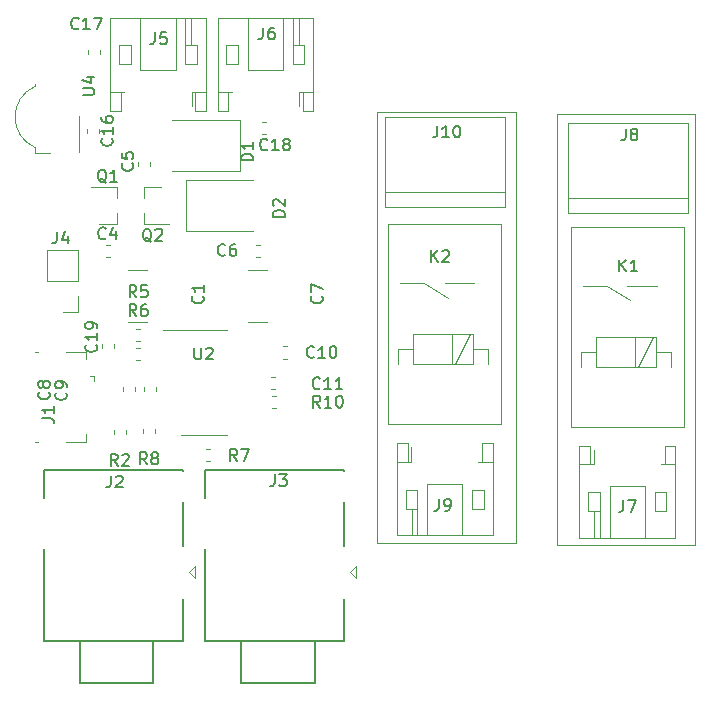
<source format=gto>
G04 #@! TF.GenerationSoftware,KiCad,Pcbnew,(5.1.2)-1*
G04 #@! TF.CreationDate,2019-05-27T08:40:29+02:00*
G04 #@! TF.ProjectId,fireSound,66697265-536f-4756-9e64-2e6b69636164,rev?*
G04 #@! TF.SameCoordinates,Original*
G04 #@! TF.FileFunction,Legend,Top*
G04 #@! TF.FilePolarity,Positive*
%FSLAX46Y46*%
G04 Gerber Fmt 4.6, Leading zero omitted, Abs format (unit mm)*
G04 Created by KiCad (PCBNEW (5.1.2)-1) date 2019-05-27 08:40:29*
%MOMM*%
%LPD*%
G04 APERTURE LIST*
%ADD10C,0.120000*%
%ADD11C,0.150000*%
G04 APERTURE END LIST*
D10*
X78475000Y-153550000D02*
X78975000Y-153550000D01*
X67725000Y-190050000D02*
X67475000Y-190050000D01*
X78975000Y-153550000D02*
X78975000Y-190050000D01*
X67225000Y-179300000D02*
X67225000Y-153550000D01*
X67225000Y-190050000D02*
X67225000Y-179300000D01*
X67225000Y-153550000D02*
X78475000Y-153550000D01*
X67475000Y-190050000D02*
X67225000Y-190050000D01*
X78975000Y-190050000D02*
X67725000Y-190050000D01*
X52000000Y-189825000D02*
X52000000Y-179075000D01*
X52250000Y-189825000D02*
X52000000Y-189825000D01*
X52500000Y-189825000D02*
X52250000Y-189825000D01*
X63750000Y-189825000D02*
X52500000Y-189825000D01*
X63750000Y-153325000D02*
X63750000Y-189825000D01*
X63250000Y-153325000D02*
X63750000Y-153325000D01*
X52000000Y-153325000D02*
X63250000Y-153325000D01*
X52000000Y-179075000D02*
X52000000Y-153325000D01*
X73225000Y-168050000D02*
X75725000Y-168050000D01*
X71475000Y-168050000D02*
X73475000Y-169300000D01*
X69475000Y-168050000D02*
X71475000Y-168050000D01*
X77985000Y-180030000D02*
X68435000Y-180030000D01*
X77975000Y-163050000D02*
X77985000Y-180030000D01*
X68425000Y-163050000D02*
X77975000Y-163050000D01*
X68435000Y-180030000D02*
X68425000Y-163050000D01*
X70545000Y-174950000D02*
X70545000Y-173680000D01*
X75625000Y-174950000D02*
X70545000Y-174950000D01*
X75625000Y-172410000D02*
X75625000Y-174950000D01*
X70545000Y-172410000D02*
X75625000Y-172410000D01*
X70545000Y-173680000D02*
X70545000Y-172410000D01*
X69275000Y-173680000D02*
X70545000Y-173680000D01*
X69275000Y-174950000D02*
X69275000Y-173680000D01*
X76895000Y-173680000D02*
X76895000Y-174950000D01*
X75625000Y-173680000D02*
X76895000Y-173680000D01*
X74115000Y-174950000D02*
X75385000Y-172410000D01*
X73875000Y-174890000D02*
X73875000Y-172490000D01*
X58400000Y-174665000D02*
X58400000Y-172265000D01*
X58640000Y-174725000D02*
X59910000Y-172185000D01*
X60150000Y-173455000D02*
X61420000Y-173455000D01*
X61420000Y-173455000D02*
X61420000Y-174725000D01*
X53800000Y-174725000D02*
X53800000Y-173455000D01*
X53800000Y-173455000D02*
X55070000Y-173455000D01*
X55070000Y-173455000D02*
X55070000Y-172185000D01*
X55070000Y-172185000D02*
X60150000Y-172185000D01*
X60150000Y-172185000D02*
X60150000Y-174725000D01*
X60150000Y-174725000D02*
X55070000Y-174725000D01*
X55070000Y-174725000D02*
X55070000Y-173455000D01*
X52960000Y-179805000D02*
X52950000Y-162825000D01*
X52950000Y-162825000D02*
X62500000Y-162825000D01*
X62500000Y-162825000D02*
X62510000Y-179805000D01*
X62510000Y-179805000D02*
X52960000Y-179805000D01*
X54000000Y-167825000D02*
X56000000Y-167825000D01*
X56000000Y-167825000D02*
X58000000Y-169075000D01*
X57750000Y-167825000D02*
X60250000Y-167825000D01*
X62870000Y-160115000D02*
X52710000Y-160115000D01*
X62870000Y-161385000D02*
X62870000Y-153765000D01*
X62870000Y-153765000D02*
X52710000Y-153765000D01*
X52710000Y-153765000D02*
X52710000Y-161385000D01*
X52710000Y-161385000D02*
X62870000Y-161385000D01*
X54890000Y-182965000D02*
X54610000Y-182965000D01*
X54610000Y-182965000D02*
X54610000Y-181365000D01*
X54610000Y-181365000D02*
X53690000Y-181365000D01*
X53690000Y-181365000D02*
X53690000Y-189185000D01*
X53690000Y-189185000D02*
X61810000Y-189185000D01*
X61810000Y-189185000D02*
X61810000Y-181365000D01*
X61810000Y-181365000D02*
X60890000Y-181365000D01*
X60890000Y-181365000D02*
X60890000Y-182965000D01*
X60890000Y-182965000D02*
X60610000Y-182965000D01*
X56250000Y-189185000D02*
X56250000Y-184825000D01*
X56250000Y-184825000D02*
X59250000Y-184825000D01*
X59250000Y-184825000D02*
X59250000Y-189185000D01*
X53690000Y-182965000D02*
X54610000Y-182965000D01*
X61810000Y-182965000D02*
X60890000Y-182965000D01*
X54450000Y-185325000D02*
X54450000Y-186925000D01*
X54450000Y-186925000D02*
X55450000Y-186925000D01*
X55450000Y-186925000D02*
X55450000Y-185325000D01*
X55450000Y-185325000D02*
X54450000Y-185325000D01*
X61050000Y-185325000D02*
X61050000Y-186925000D01*
X61050000Y-186925000D02*
X60050000Y-186925000D01*
X60050000Y-186925000D02*
X60050000Y-185325000D01*
X60050000Y-185325000D02*
X61050000Y-185325000D01*
X55450000Y-186925000D02*
X55450000Y-189185000D01*
X54950000Y-186925000D02*
X54950000Y-189185000D01*
X54890000Y-182965000D02*
X54890000Y-181750000D01*
X68185000Y-161860000D02*
X78345000Y-161860000D01*
X68185000Y-154240000D02*
X68185000Y-161860000D01*
X78345000Y-154240000D02*
X68185000Y-154240000D01*
X78345000Y-161860000D02*
X78345000Y-154240000D01*
X78345000Y-160590000D02*
X68185000Y-160590000D01*
X70365000Y-183190000D02*
X70365000Y-181975000D01*
X70425000Y-187150000D02*
X70425000Y-189410000D01*
X70925000Y-187150000D02*
X70925000Y-189410000D01*
X75525000Y-185550000D02*
X76525000Y-185550000D01*
X75525000Y-187150000D02*
X75525000Y-185550000D01*
X76525000Y-187150000D02*
X75525000Y-187150000D01*
X76525000Y-185550000D02*
X76525000Y-187150000D01*
X70925000Y-185550000D02*
X69925000Y-185550000D01*
X70925000Y-187150000D02*
X70925000Y-185550000D01*
X69925000Y-187150000D02*
X70925000Y-187150000D01*
X69925000Y-185550000D02*
X69925000Y-187150000D01*
X77285000Y-183190000D02*
X76365000Y-183190000D01*
X69165000Y-183190000D02*
X70085000Y-183190000D01*
X74725000Y-185050000D02*
X74725000Y-189410000D01*
X71725000Y-185050000D02*
X74725000Y-185050000D01*
X71725000Y-189410000D02*
X71725000Y-185050000D01*
X76365000Y-183190000D02*
X76085000Y-183190000D01*
X76365000Y-181590000D02*
X76365000Y-183190000D01*
X77285000Y-181590000D02*
X76365000Y-181590000D01*
X77285000Y-189410000D02*
X77285000Y-181590000D01*
X69165000Y-189410000D02*
X77285000Y-189410000D01*
X69165000Y-181590000D02*
X69165000Y-189410000D01*
X70085000Y-181590000D02*
X69165000Y-181590000D01*
X70085000Y-183190000D02*
X70085000Y-181590000D01*
X70365000Y-183190000D02*
X70085000Y-183190000D01*
X27389400Y-173634400D02*
X27389400Y-174294400D01*
X25659400Y-173634400D02*
X27389400Y-173634400D01*
X23089400Y-181254400D02*
X23299400Y-181254400D01*
X23089400Y-173634400D02*
X23299400Y-173634400D01*
X25659400Y-181254400D02*
X27389400Y-181254400D01*
X27389400Y-181254400D02*
X27389400Y-180604400D01*
X28089400Y-175684400D02*
X28089400Y-176134400D01*
X28089400Y-175684400D02*
X27699400Y-175684400D01*
X50284600Y-191828800D02*
X49734600Y-192328800D01*
X50284600Y-192828800D02*
X50284600Y-191828800D01*
X49734600Y-192328800D02*
X50284600Y-192828800D01*
D11*
X37434600Y-198128800D02*
X37434600Y-190378800D01*
X37434600Y-186028800D02*
X37434600Y-183628800D01*
X37434600Y-183628800D02*
X49234600Y-183628800D01*
X49234600Y-183628800D02*
X49234600Y-183728800D01*
X49234600Y-186328800D02*
X49234600Y-190078800D01*
X49234600Y-194578800D02*
X49234600Y-198128800D01*
X49234600Y-198128800D02*
X37434600Y-198128800D01*
X40534600Y-198128800D02*
X40534600Y-201728800D01*
X40534600Y-201728800D02*
X46734600Y-201728800D01*
X46734600Y-201728800D02*
X46734600Y-198128800D01*
D10*
X28725400Y-173005933D02*
X28725400Y-173348467D01*
X29745400Y-173005933D02*
X29745400Y-173348467D01*
X45437000Y-151625000D02*
X45437000Y-152840000D01*
X45377000Y-147665000D02*
X45377000Y-145405000D01*
X44877000Y-147665000D02*
X44877000Y-145405000D01*
X40277000Y-149265000D02*
X39277000Y-149265000D01*
X40277000Y-147665000D02*
X40277000Y-149265000D01*
X39277000Y-147665000D02*
X40277000Y-147665000D01*
X39277000Y-149265000D02*
X39277000Y-147665000D01*
X44877000Y-149265000D02*
X45877000Y-149265000D01*
X44877000Y-147665000D02*
X44877000Y-149265000D01*
X45877000Y-147665000D02*
X44877000Y-147665000D01*
X45877000Y-149265000D02*
X45877000Y-147665000D01*
X38517000Y-151625000D02*
X39437000Y-151625000D01*
X46637000Y-151625000D02*
X45717000Y-151625000D01*
X41077000Y-149765000D02*
X41077000Y-145405000D01*
X44077000Y-149765000D02*
X41077000Y-149765000D01*
X44077000Y-145405000D02*
X44077000Y-149765000D01*
X39437000Y-151625000D02*
X39717000Y-151625000D01*
X39437000Y-153225000D02*
X39437000Y-151625000D01*
X38517000Y-153225000D02*
X39437000Y-153225000D01*
X38517000Y-145405000D02*
X38517000Y-153225000D01*
X46637000Y-145405000D02*
X38517000Y-145405000D01*
X46637000Y-153225000D02*
X46637000Y-145405000D01*
X45717000Y-153225000D02*
X46637000Y-153225000D01*
X45717000Y-151625000D02*
X45717000Y-153225000D01*
X45437000Y-151625000D02*
X45717000Y-151625000D01*
X36356500Y-151625000D02*
X36356500Y-152840000D01*
X36296500Y-147665000D02*
X36296500Y-145405000D01*
X35796500Y-147665000D02*
X35796500Y-145405000D01*
X31196500Y-149265000D02*
X30196500Y-149265000D01*
X31196500Y-147665000D02*
X31196500Y-149265000D01*
X30196500Y-147665000D02*
X31196500Y-147665000D01*
X30196500Y-149265000D02*
X30196500Y-147665000D01*
X35796500Y-149265000D02*
X36796500Y-149265000D01*
X35796500Y-147665000D02*
X35796500Y-149265000D01*
X36796500Y-147665000D02*
X35796500Y-147665000D01*
X36796500Y-149265000D02*
X36796500Y-147665000D01*
X29436500Y-151625000D02*
X30356500Y-151625000D01*
X37556500Y-151625000D02*
X36636500Y-151625000D01*
X31996500Y-149765000D02*
X31996500Y-145405000D01*
X34996500Y-149765000D02*
X31996500Y-149765000D01*
X34996500Y-145405000D02*
X34996500Y-149765000D01*
X30356500Y-151625000D02*
X30636500Y-151625000D01*
X30356500Y-153225000D02*
X30356500Y-151625000D01*
X29436500Y-153225000D02*
X30356500Y-153225000D01*
X29436500Y-145405000D02*
X29436500Y-153225000D01*
X37556500Y-145405000D02*
X29436500Y-145405000D01*
X37556500Y-153225000D02*
X37556500Y-145405000D01*
X36636500Y-153225000D02*
X37556500Y-153225000D01*
X36636500Y-151625000D02*
X36636500Y-153225000D01*
X36356500Y-151625000D02*
X36636500Y-151625000D01*
X26730000Y-170240000D02*
X25400000Y-170240000D01*
X26730000Y-168910000D02*
X26730000Y-170240000D01*
X26730000Y-167640000D02*
X24070000Y-167640000D01*
X24070000Y-167640000D02*
X24070000Y-165040000D01*
X26730000Y-167640000D02*
X26730000Y-165040000D01*
X26730000Y-165040000D02*
X24070000Y-165040000D01*
X42310233Y-155196000D02*
X42652767Y-155196000D01*
X42310233Y-154176000D02*
X42652767Y-154176000D01*
X28577000Y-148443767D02*
X28577000Y-148101233D01*
X27557000Y-148443767D02*
X27557000Y-148101233D01*
X28450000Y-155111267D02*
X28450000Y-154768733D01*
X27430000Y-155111267D02*
X27430000Y-154768733D01*
X23100000Y-151170000D02*
X23100000Y-150950000D01*
X23100000Y-151170000D02*
G75*
G03X23100000Y-156370000I1100000J-2600000D01*
G01*
X26760000Y-156750000D02*
X26760000Y-153670000D01*
X23100000Y-156830000D02*
X23100000Y-156370000D01*
X23100000Y-156830000D02*
X24300000Y-156830000D01*
X43478267Y-177353500D02*
X43135733Y-177353500D01*
X43478267Y-178373500D02*
X43135733Y-178373500D01*
X32192500Y-180168733D02*
X32192500Y-180511267D01*
X33212500Y-180168733D02*
X33212500Y-180511267D01*
X37578733Y-182860000D02*
X37921267Y-182860000D01*
X37578733Y-181840000D02*
X37921267Y-181840000D01*
X31984767Y-173353000D02*
X31642233Y-173353000D01*
X31984767Y-174373000D02*
X31642233Y-174373000D01*
X31984767Y-171702000D02*
X31642233Y-171702000D01*
X31984767Y-172722000D02*
X31642233Y-172722000D01*
X43008733Y-176786000D02*
X43351267Y-176786000D01*
X43008733Y-175766000D02*
X43351267Y-175766000D01*
X44024733Y-174220600D02*
X44367267Y-174220600D01*
X44024733Y-173200600D02*
X44367267Y-173200600D01*
X32256000Y-176612733D02*
X32256000Y-176955267D01*
X33276000Y-176612733D02*
X33276000Y-176955267D01*
X30478000Y-176612733D02*
X30478000Y-176955267D01*
X31498000Y-176612733D02*
X31498000Y-176955267D01*
X37338000Y-171841000D02*
X33888000Y-171841000D01*
X37338000Y-171841000D02*
X39288000Y-171841000D01*
X37338000Y-180711000D02*
X35388000Y-180711000D01*
X37338000Y-180711000D02*
X39288000Y-180711000D01*
X29716000Y-180295733D02*
X29716000Y-180638267D01*
X30736000Y-180295733D02*
X30736000Y-180638267D01*
X32260000Y-159710000D02*
X32260000Y-160640000D01*
X32260000Y-162870000D02*
X32260000Y-161940000D01*
X32260000Y-162870000D02*
X34420000Y-162870000D01*
X32260000Y-159710000D02*
X33720000Y-159710000D01*
X29970000Y-162870000D02*
X29970000Y-161940000D01*
X29970000Y-159710000D02*
X29970000Y-160640000D01*
X29970000Y-159710000D02*
X27810000Y-159710000D01*
X29970000Y-162870000D02*
X28510000Y-162870000D01*
X36644800Y-191828800D02*
X36094800Y-192328800D01*
X36644800Y-192828800D02*
X36644800Y-191828800D01*
X36094800Y-192328800D02*
X36644800Y-192828800D01*
D11*
X23794800Y-198128800D02*
X23794800Y-190378800D01*
X23794800Y-186028800D02*
X23794800Y-183628800D01*
X23794800Y-183628800D02*
X35594800Y-183628800D01*
X35594800Y-183628800D02*
X35594800Y-183728800D01*
X35594800Y-186328800D02*
X35594800Y-190078800D01*
X35594800Y-194578800D02*
X35594800Y-198128800D01*
X35594800Y-198128800D02*
X23794800Y-198128800D01*
X26894800Y-198128800D02*
X26894800Y-201728800D01*
X26894800Y-201728800D02*
X33094800Y-201728800D01*
X33094800Y-201728800D02*
X33094800Y-198128800D01*
D10*
X35820000Y-159140000D02*
X41520000Y-159140000D01*
X35820000Y-163440000D02*
X41520000Y-163440000D01*
X35820000Y-159140000D02*
X35820000Y-163440000D01*
X40380000Y-158360000D02*
X34680000Y-158360000D01*
X40380000Y-154060000D02*
X34680000Y-154060000D01*
X40380000Y-158360000D02*
X40380000Y-154060000D01*
X41112631Y-171120000D02*
X42707369Y-171120000D01*
X41112631Y-166700000D02*
X42707369Y-166700000D01*
X41738733Y-165610000D02*
X42081267Y-165610000D01*
X41738733Y-164590000D02*
X42081267Y-164590000D01*
X31748000Y-157562733D02*
X31748000Y-157905267D01*
X32768000Y-157562733D02*
X32768000Y-157905267D01*
X29038733Y-165610000D02*
X29381267Y-165610000D01*
X29038733Y-164590000D02*
X29381267Y-164590000D01*
X30952631Y-171120000D02*
X32547369Y-171120000D01*
X30952631Y-166700000D02*
X32547369Y-166700000D01*
D11*
X72536904Y-166852380D02*
X72536904Y-165852380D01*
X73108333Y-166852380D02*
X72679761Y-166280952D01*
X73108333Y-165852380D02*
X72536904Y-166423809D01*
X74060714Y-166852380D02*
X73489285Y-166852380D01*
X73775000Y-166852380D02*
X73775000Y-165852380D01*
X73679761Y-165995238D01*
X73584523Y-166090476D01*
X73489285Y-166138095D01*
X56611904Y-166052380D02*
X56611904Y-165052380D01*
X57183333Y-166052380D02*
X56754761Y-165480952D01*
X57183333Y-165052380D02*
X56611904Y-165623809D01*
X57564285Y-165147619D02*
X57611904Y-165100000D01*
X57707142Y-165052380D01*
X57945238Y-165052380D01*
X58040476Y-165100000D01*
X58088095Y-165147619D01*
X58135714Y-165242857D01*
X58135714Y-165338095D01*
X58088095Y-165480952D01*
X57516666Y-166052380D01*
X58135714Y-166052380D01*
X57115476Y-154502380D02*
X57115476Y-155216666D01*
X57067857Y-155359523D01*
X56972619Y-155454761D01*
X56829761Y-155502380D01*
X56734523Y-155502380D01*
X58115476Y-155502380D02*
X57544047Y-155502380D01*
X57829761Y-155502380D02*
X57829761Y-154502380D01*
X57734523Y-154645238D01*
X57639285Y-154740476D01*
X57544047Y-154788095D01*
X58734523Y-154502380D02*
X58829761Y-154502380D01*
X58925000Y-154550000D01*
X58972619Y-154597619D01*
X59020238Y-154692857D01*
X59067857Y-154883333D01*
X59067857Y-155121428D01*
X59020238Y-155311904D01*
X58972619Y-155407142D01*
X58925000Y-155454761D01*
X58829761Y-155502380D01*
X58734523Y-155502380D01*
X58639285Y-155454761D01*
X58591666Y-155407142D01*
X58544047Y-155311904D01*
X58496428Y-155121428D01*
X58496428Y-154883333D01*
X58544047Y-154692857D01*
X58591666Y-154597619D01*
X58639285Y-154550000D01*
X58734523Y-154502380D01*
X57266666Y-186127380D02*
X57266666Y-186841666D01*
X57219047Y-186984523D01*
X57123809Y-187079761D01*
X56980952Y-187127380D01*
X56885714Y-187127380D01*
X57790476Y-187127380D02*
X57980952Y-187127380D01*
X58076190Y-187079761D01*
X58123809Y-187032142D01*
X58219047Y-186889285D01*
X58266666Y-186698809D01*
X58266666Y-186317857D01*
X58219047Y-186222619D01*
X58171428Y-186175000D01*
X58076190Y-186127380D01*
X57885714Y-186127380D01*
X57790476Y-186175000D01*
X57742857Y-186222619D01*
X57695238Y-186317857D01*
X57695238Y-186555952D01*
X57742857Y-186651190D01*
X57790476Y-186698809D01*
X57885714Y-186746428D01*
X58076190Y-186746428D01*
X58171428Y-186698809D01*
X58219047Y-186651190D01*
X58266666Y-186555952D01*
X73066666Y-154752380D02*
X73066666Y-155466666D01*
X73019047Y-155609523D01*
X72923809Y-155704761D01*
X72780952Y-155752380D01*
X72685714Y-155752380D01*
X73685714Y-155180952D02*
X73590476Y-155133333D01*
X73542857Y-155085714D01*
X73495238Y-154990476D01*
X73495238Y-154942857D01*
X73542857Y-154847619D01*
X73590476Y-154800000D01*
X73685714Y-154752380D01*
X73876190Y-154752380D01*
X73971428Y-154800000D01*
X74019047Y-154847619D01*
X74066666Y-154942857D01*
X74066666Y-154990476D01*
X74019047Y-155085714D01*
X73971428Y-155133333D01*
X73876190Y-155180952D01*
X73685714Y-155180952D01*
X73590476Y-155228571D01*
X73542857Y-155276190D01*
X73495238Y-155371428D01*
X73495238Y-155561904D01*
X73542857Y-155657142D01*
X73590476Y-155704761D01*
X73685714Y-155752380D01*
X73876190Y-155752380D01*
X73971428Y-155704761D01*
X74019047Y-155657142D01*
X74066666Y-155561904D01*
X74066666Y-155371428D01*
X74019047Y-155276190D01*
X73971428Y-155228571D01*
X73876190Y-155180952D01*
X72866666Y-186177380D02*
X72866666Y-186891666D01*
X72819047Y-187034523D01*
X72723809Y-187129761D01*
X72580952Y-187177380D01*
X72485714Y-187177380D01*
X73247619Y-186177380D02*
X73914285Y-186177380D01*
X73485714Y-187177380D01*
X23652380Y-179258333D02*
X24366666Y-179258333D01*
X24509523Y-179305952D01*
X24604761Y-179401190D01*
X24652380Y-179544047D01*
X24652380Y-179639285D01*
X24652380Y-178258333D02*
X24652380Y-178829761D01*
X24652380Y-178544047D02*
X23652380Y-178544047D01*
X23795238Y-178639285D01*
X23890476Y-178734523D01*
X23938095Y-178829761D01*
X43366666Y-184027380D02*
X43366666Y-184741666D01*
X43319047Y-184884523D01*
X43223809Y-184979761D01*
X43080952Y-185027380D01*
X42985714Y-185027380D01*
X43747619Y-184027380D02*
X44366666Y-184027380D01*
X44033333Y-184408333D01*
X44176190Y-184408333D01*
X44271428Y-184455952D01*
X44319047Y-184503571D01*
X44366666Y-184598809D01*
X44366666Y-184836904D01*
X44319047Y-184932142D01*
X44271428Y-184979761D01*
X44176190Y-185027380D01*
X43890476Y-185027380D01*
X43795238Y-184979761D01*
X43747619Y-184932142D01*
X28232142Y-173042857D02*
X28279761Y-173090476D01*
X28327380Y-173233333D01*
X28327380Y-173328571D01*
X28279761Y-173471428D01*
X28184523Y-173566666D01*
X28089285Y-173614285D01*
X27898809Y-173661904D01*
X27755952Y-173661904D01*
X27565476Y-173614285D01*
X27470238Y-173566666D01*
X27375000Y-173471428D01*
X27327380Y-173328571D01*
X27327380Y-173233333D01*
X27375000Y-173090476D01*
X27422619Y-173042857D01*
X28327380Y-172090476D02*
X28327380Y-172661904D01*
X28327380Y-172376190D02*
X27327380Y-172376190D01*
X27470238Y-172471428D01*
X27565476Y-172566666D01*
X27613095Y-172661904D01*
X28327380Y-171614285D02*
X28327380Y-171423809D01*
X28279761Y-171328571D01*
X28232142Y-171280952D01*
X28089285Y-171185714D01*
X27898809Y-171138095D01*
X27517857Y-171138095D01*
X27422619Y-171185714D01*
X27375000Y-171233333D01*
X27327380Y-171328571D01*
X27327380Y-171519047D01*
X27375000Y-171614285D01*
X27422619Y-171661904D01*
X27517857Y-171709523D01*
X27755952Y-171709523D01*
X27851190Y-171661904D01*
X27898809Y-171614285D01*
X27946428Y-171519047D01*
X27946428Y-171328571D01*
X27898809Y-171233333D01*
X27851190Y-171185714D01*
X27755952Y-171138095D01*
X42366666Y-146202380D02*
X42366666Y-146916666D01*
X42319047Y-147059523D01*
X42223809Y-147154761D01*
X42080952Y-147202380D01*
X41985714Y-147202380D01*
X43271428Y-146202380D02*
X43080952Y-146202380D01*
X42985714Y-146250000D01*
X42938095Y-146297619D01*
X42842857Y-146440476D01*
X42795238Y-146630952D01*
X42795238Y-147011904D01*
X42842857Y-147107142D01*
X42890476Y-147154761D01*
X42985714Y-147202380D01*
X43176190Y-147202380D01*
X43271428Y-147154761D01*
X43319047Y-147107142D01*
X43366666Y-147011904D01*
X43366666Y-146773809D01*
X43319047Y-146678571D01*
X43271428Y-146630952D01*
X43176190Y-146583333D01*
X42985714Y-146583333D01*
X42890476Y-146630952D01*
X42842857Y-146678571D01*
X42795238Y-146773809D01*
X33216666Y-146602380D02*
X33216666Y-147316666D01*
X33169047Y-147459523D01*
X33073809Y-147554761D01*
X32930952Y-147602380D01*
X32835714Y-147602380D01*
X34169047Y-146602380D02*
X33692857Y-146602380D01*
X33645238Y-147078571D01*
X33692857Y-147030952D01*
X33788095Y-146983333D01*
X34026190Y-146983333D01*
X34121428Y-147030952D01*
X34169047Y-147078571D01*
X34216666Y-147173809D01*
X34216666Y-147411904D01*
X34169047Y-147507142D01*
X34121428Y-147554761D01*
X34026190Y-147602380D01*
X33788095Y-147602380D01*
X33692857Y-147554761D01*
X33645238Y-147507142D01*
X24916666Y-163477380D02*
X24916666Y-164191666D01*
X24869047Y-164334523D01*
X24773809Y-164429761D01*
X24630952Y-164477380D01*
X24535714Y-164477380D01*
X25821428Y-163810714D02*
X25821428Y-164477380D01*
X25583333Y-163429761D02*
X25345238Y-164144047D01*
X25964285Y-164144047D01*
X42732142Y-156507142D02*
X42684523Y-156554761D01*
X42541666Y-156602380D01*
X42446428Y-156602380D01*
X42303571Y-156554761D01*
X42208333Y-156459523D01*
X42160714Y-156364285D01*
X42113095Y-156173809D01*
X42113095Y-156030952D01*
X42160714Y-155840476D01*
X42208333Y-155745238D01*
X42303571Y-155650000D01*
X42446428Y-155602380D01*
X42541666Y-155602380D01*
X42684523Y-155650000D01*
X42732142Y-155697619D01*
X43684523Y-156602380D02*
X43113095Y-156602380D01*
X43398809Y-156602380D02*
X43398809Y-155602380D01*
X43303571Y-155745238D01*
X43208333Y-155840476D01*
X43113095Y-155888095D01*
X44255952Y-156030952D02*
X44160714Y-155983333D01*
X44113095Y-155935714D01*
X44065476Y-155840476D01*
X44065476Y-155792857D01*
X44113095Y-155697619D01*
X44160714Y-155650000D01*
X44255952Y-155602380D01*
X44446428Y-155602380D01*
X44541666Y-155650000D01*
X44589285Y-155697619D01*
X44636904Y-155792857D01*
X44636904Y-155840476D01*
X44589285Y-155935714D01*
X44541666Y-155983333D01*
X44446428Y-156030952D01*
X44255952Y-156030952D01*
X44160714Y-156078571D01*
X44113095Y-156126190D01*
X44065476Y-156221428D01*
X44065476Y-156411904D01*
X44113095Y-156507142D01*
X44160714Y-156554761D01*
X44255952Y-156602380D01*
X44446428Y-156602380D01*
X44541666Y-156554761D01*
X44589285Y-156507142D01*
X44636904Y-156411904D01*
X44636904Y-156221428D01*
X44589285Y-156126190D01*
X44541666Y-156078571D01*
X44446428Y-156030952D01*
X26757142Y-146257142D02*
X26709523Y-146304761D01*
X26566666Y-146352380D01*
X26471428Y-146352380D01*
X26328571Y-146304761D01*
X26233333Y-146209523D01*
X26185714Y-146114285D01*
X26138095Y-145923809D01*
X26138095Y-145780952D01*
X26185714Y-145590476D01*
X26233333Y-145495238D01*
X26328571Y-145400000D01*
X26471428Y-145352380D01*
X26566666Y-145352380D01*
X26709523Y-145400000D01*
X26757142Y-145447619D01*
X27709523Y-146352380D02*
X27138095Y-146352380D01*
X27423809Y-146352380D02*
X27423809Y-145352380D01*
X27328571Y-145495238D01*
X27233333Y-145590476D01*
X27138095Y-145638095D01*
X28042857Y-145352380D02*
X28709523Y-145352380D01*
X28280952Y-146352380D01*
X29567142Y-155582857D02*
X29614761Y-155630476D01*
X29662380Y-155773333D01*
X29662380Y-155868571D01*
X29614761Y-156011428D01*
X29519523Y-156106666D01*
X29424285Y-156154285D01*
X29233809Y-156201904D01*
X29090952Y-156201904D01*
X28900476Y-156154285D01*
X28805238Y-156106666D01*
X28710000Y-156011428D01*
X28662380Y-155868571D01*
X28662380Y-155773333D01*
X28710000Y-155630476D01*
X28757619Y-155582857D01*
X29662380Y-154630476D02*
X29662380Y-155201904D01*
X29662380Y-154916190D02*
X28662380Y-154916190D01*
X28805238Y-155011428D01*
X28900476Y-155106666D01*
X28948095Y-155201904D01*
X28662380Y-153773333D02*
X28662380Y-153963809D01*
X28710000Y-154059047D01*
X28757619Y-154106666D01*
X28900476Y-154201904D01*
X29090952Y-154249523D01*
X29471904Y-154249523D01*
X29567142Y-154201904D01*
X29614761Y-154154285D01*
X29662380Y-154059047D01*
X29662380Y-153868571D01*
X29614761Y-153773333D01*
X29567142Y-153725714D01*
X29471904Y-153678095D01*
X29233809Y-153678095D01*
X29138571Y-153725714D01*
X29090952Y-153773333D01*
X29043333Y-153868571D01*
X29043333Y-154059047D01*
X29090952Y-154154285D01*
X29138571Y-154201904D01*
X29233809Y-154249523D01*
X27102380Y-151891904D02*
X27911904Y-151891904D01*
X28007142Y-151844285D01*
X28054761Y-151796666D01*
X28102380Y-151701428D01*
X28102380Y-151510952D01*
X28054761Y-151415714D01*
X28007142Y-151368095D01*
X27911904Y-151320476D01*
X27102380Y-151320476D01*
X27435714Y-150415714D02*
X28102380Y-150415714D01*
X27054761Y-150653809D02*
X27769047Y-150891904D01*
X27769047Y-150272857D01*
X47207142Y-178377380D02*
X46873809Y-177901190D01*
X46635714Y-178377380D02*
X46635714Y-177377380D01*
X47016666Y-177377380D01*
X47111904Y-177425000D01*
X47159523Y-177472619D01*
X47207142Y-177567857D01*
X47207142Y-177710714D01*
X47159523Y-177805952D01*
X47111904Y-177853571D01*
X47016666Y-177901190D01*
X46635714Y-177901190D01*
X48159523Y-178377380D02*
X47588095Y-178377380D01*
X47873809Y-178377380D02*
X47873809Y-177377380D01*
X47778571Y-177520238D01*
X47683333Y-177615476D01*
X47588095Y-177663095D01*
X48778571Y-177377380D02*
X48873809Y-177377380D01*
X48969047Y-177425000D01*
X49016666Y-177472619D01*
X49064285Y-177567857D01*
X49111904Y-177758333D01*
X49111904Y-177996428D01*
X49064285Y-178186904D01*
X49016666Y-178282142D01*
X48969047Y-178329761D01*
X48873809Y-178377380D01*
X48778571Y-178377380D01*
X48683333Y-178329761D01*
X48635714Y-178282142D01*
X48588095Y-178186904D01*
X48540476Y-177996428D01*
X48540476Y-177758333D01*
X48588095Y-177567857D01*
X48635714Y-177472619D01*
X48683333Y-177425000D01*
X48778571Y-177377380D01*
X32533333Y-183177380D02*
X32200000Y-182701190D01*
X31961904Y-183177380D02*
X31961904Y-182177380D01*
X32342857Y-182177380D01*
X32438095Y-182225000D01*
X32485714Y-182272619D01*
X32533333Y-182367857D01*
X32533333Y-182510714D01*
X32485714Y-182605952D01*
X32438095Y-182653571D01*
X32342857Y-182701190D01*
X31961904Y-182701190D01*
X33104761Y-182605952D02*
X33009523Y-182558333D01*
X32961904Y-182510714D01*
X32914285Y-182415476D01*
X32914285Y-182367857D01*
X32961904Y-182272619D01*
X33009523Y-182225000D01*
X33104761Y-182177380D01*
X33295238Y-182177380D01*
X33390476Y-182225000D01*
X33438095Y-182272619D01*
X33485714Y-182367857D01*
X33485714Y-182415476D01*
X33438095Y-182510714D01*
X33390476Y-182558333D01*
X33295238Y-182605952D01*
X33104761Y-182605952D01*
X33009523Y-182653571D01*
X32961904Y-182701190D01*
X32914285Y-182796428D01*
X32914285Y-182986904D01*
X32961904Y-183082142D01*
X33009523Y-183129761D01*
X33104761Y-183177380D01*
X33295238Y-183177380D01*
X33390476Y-183129761D01*
X33438095Y-183082142D01*
X33485714Y-182986904D01*
X33485714Y-182796428D01*
X33438095Y-182701190D01*
X33390476Y-182653571D01*
X33295238Y-182605952D01*
X40188733Y-182905380D02*
X39855400Y-182429190D01*
X39617304Y-182905380D02*
X39617304Y-181905380D01*
X39998257Y-181905380D01*
X40093495Y-181953000D01*
X40141114Y-182000619D01*
X40188733Y-182095857D01*
X40188733Y-182238714D01*
X40141114Y-182333952D01*
X40093495Y-182381571D01*
X39998257Y-182429190D01*
X39617304Y-182429190D01*
X40522066Y-181905380D02*
X41188733Y-181905380D01*
X40760161Y-182905380D01*
X31646833Y-170627380D02*
X31313500Y-170151190D01*
X31075404Y-170627380D02*
X31075404Y-169627380D01*
X31456357Y-169627380D01*
X31551595Y-169675000D01*
X31599214Y-169722619D01*
X31646833Y-169817857D01*
X31646833Y-169960714D01*
X31599214Y-170055952D01*
X31551595Y-170103571D01*
X31456357Y-170151190D01*
X31075404Y-170151190D01*
X32503976Y-169627380D02*
X32313500Y-169627380D01*
X32218261Y-169675000D01*
X32170642Y-169722619D01*
X32075404Y-169865476D01*
X32027785Y-170055952D01*
X32027785Y-170436904D01*
X32075404Y-170532142D01*
X32123023Y-170579761D01*
X32218261Y-170627380D01*
X32408738Y-170627380D01*
X32503976Y-170579761D01*
X32551595Y-170532142D01*
X32599214Y-170436904D01*
X32599214Y-170198809D01*
X32551595Y-170103571D01*
X32503976Y-170055952D01*
X32408738Y-170008333D01*
X32218261Y-170008333D01*
X32123023Y-170055952D01*
X32075404Y-170103571D01*
X32027785Y-170198809D01*
X31646833Y-169027380D02*
X31313500Y-168551190D01*
X31075404Y-169027380D02*
X31075404Y-168027380D01*
X31456357Y-168027380D01*
X31551595Y-168075000D01*
X31599214Y-168122619D01*
X31646833Y-168217857D01*
X31646833Y-168360714D01*
X31599214Y-168455952D01*
X31551595Y-168503571D01*
X31456357Y-168551190D01*
X31075404Y-168551190D01*
X32551595Y-168027380D02*
X32075404Y-168027380D01*
X32027785Y-168503571D01*
X32075404Y-168455952D01*
X32170642Y-168408333D01*
X32408738Y-168408333D01*
X32503976Y-168455952D01*
X32551595Y-168503571D01*
X32599214Y-168598809D01*
X32599214Y-168836904D01*
X32551595Y-168932142D01*
X32503976Y-168979761D01*
X32408738Y-169027380D01*
X32170642Y-169027380D01*
X32075404Y-168979761D01*
X32027785Y-168932142D01*
X47182142Y-176732142D02*
X47134523Y-176779761D01*
X46991666Y-176827380D01*
X46896428Y-176827380D01*
X46753571Y-176779761D01*
X46658333Y-176684523D01*
X46610714Y-176589285D01*
X46563095Y-176398809D01*
X46563095Y-176255952D01*
X46610714Y-176065476D01*
X46658333Y-175970238D01*
X46753571Y-175875000D01*
X46896428Y-175827380D01*
X46991666Y-175827380D01*
X47134523Y-175875000D01*
X47182142Y-175922619D01*
X48134523Y-176827380D02*
X47563095Y-176827380D01*
X47848809Y-176827380D02*
X47848809Y-175827380D01*
X47753571Y-175970238D01*
X47658333Y-176065476D01*
X47563095Y-176113095D01*
X49086904Y-176827380D02*
X48515476Y-176827380D01*
X48801190Y-176827380D02*
X48801190Y-175827380D01*
X48705952Y-175970238D01*
X48610714Y-176065476D01*
X48515476Y-176113095D01*
X46682142Y-174082142D02*
X46634523Y-174129761D01*
X46491666Y-174177380D01*
X46396428Y-174177380D01*
X46253571Y-174129761D01*
X46158333Y-174034523D01*
X46110714Y-173939285D01*
X46063095Y-173748809D01*
X46063095Y-173605952D01*
X46110714Y-173415476D01*
X46158333Y-173320238D01*
X46253571Y-173225000D01*
X46396428Y-173177380D01*
X46491666Y-173177380D01*
X46634523Y-173225000D01*
X46682142Y-173272619D01*
X47634523Y-174177380D02*
X47063095Y-174177380D01*
X47348809Y-174177380D02*
X47348809Y-173177380D01*
X47253571Y-173320238D01*
X47158333Y-173415476D01*
X47063095Y-173463095D01*
X48253571Y-173177380D02*
X48348809Y-173177380D01*
X48444047Y-173225000D01*
X48491666Y-173272619D01*
X48539285Y-173367857D01*
X48586904Y-173558333D01*
X48586904Y-173796428D01*
X48539285Y-173986904D01*
X48491666Y-174082142D01*
X48444047Y-174129761D01*
X48348809Y-174177380D01*
X48253571Y-174177380D01*
X48158333Y-174129761D01*
X48110714Y-174082142D01*
X48063095Y-173986904D01*
X48015476Y-173796428D01*
X48015476Y-173558333D01*
X48063095Y-173367857D01*
X48110714Y-173272619D01*
X48158333Y-173225000D01*
X48253571Y-173177380D01*
X25682142Y-177116666D02*
X25729761Y-177164285D01*
X25777380Y-177307142D01*
X25777380Y-177402380D01*
X25729761Y-177545238D01*
X25634523Y-177640476D01*
X25539285Y-177688095D01*
X25348809Y-177735714D01*
X25205952Y-177735714D01*
X25015476Y-177688095D01*
X24920238Y-177640476D01*
X24825000Y-177545238D01*
X24777380Y-177402380D01*
X24777380Y-177307142D01*
X24825000Y-177164285D01*
X24872619Y-177116666D01*
X25777380Y-176640476D02*
X25777380Y-176450000D01*
X25729761Y-176354761D01*
X25682142Y-176307142D01*
X25539285Y-176211904D01*
X25348809Y-176164285D01*
X24967857Y-176164285D01*
X24872619Y-176211904D01*
X24825000Y-176259523D01*
X24777380Y-176354761D01*
X24777380Y-176545238D01*
X24825000Y-176640476D01*
X24872619Y-176688095D01*
X24967857Y-176735714D01*
X25205952Y-176735714D01*
X25301190Y-176688095D01*
X25348809Y-176640476D01*
X25396428Y-176545238D01*
X25396428Y-176354761D01*
X25348809Y-176259523D01*
X25301190Y-176211904D01*
X25205952Y-176164285D01*
X24232142Y-177066666D02*
X24279761Y-177114285D01*
X24327380Y-177257142D01*
X24327380Y-177352380D01*
X24279761Y-177495238D01*
X24184523Y-177590476D01*
X24089285Y-177638095D01*
X23898809Y-177685714D01*
X23755952Y-177685714D01*
X23565476Y-177638095D01*
X23470238Y-177590476D01*
X23375000Y-177495238D01*
X23327380Y-177352380D01*
X23327380Y-177257142D01*
X23375000Y-177114285D01*
X23422619Y-177066666D01*
X23755952Y-176495238D02*
X23708333Y-176590476D01*
X23660714Y-176638095D01*
X23565476Y-176685714D01*
X23517857Y-176685714D01*
X23422619Y-176638095D01*
X23375000Y-176590476D01*
X23327380Y-176495238D01*
X23327380Y-176304761D01*
X23375000Y-176209523D01*
X23422619Y-176161904D01*
X23517857Y-176114285D01*
X23565476Y-176114285D01*
X23660714Y-176161904D01*
X23708333Y-176209523D01*
X23755952Y-176304761D01*
X23755952Y-176495238D01*
X23803571Y-176590476D01*
X23851190Y-176638095D01*
X23946428Y-176685714D01*
X24136904Y-176685714D01*
X24232142Y-176638095D01*
X24279761Y-176590476D01*
X24327380Y-176495238D01*
X24327380Y-176304761D01*
X24279761Y-176209523D01*
X24232142Y-176161904D01*
X24136904Y-176114285D01*
X23946428Y-176114285D01*
X23851190Y-176161904D01*
X23803571Y-176209523D01*
X23755952Y-176304761D01*
X36563095Y-173302380D02*
X36563095Y-174111904D01*
X36610714Y-174207142D01*
X36658333Y-174254761D01*
X36753571Y-174302380D01*
X36944047Y-174302380D01*
X37039285Y-174254761D01*
X37086904Y-174207142D01*
X37134523Y-174111904D01*
X37134523Y-173302380D01*
X37563095Y-173397619D02*
X37610714Y-173350000D01*
X37705952Y-173302380D01*
X37944047Y-173302380D01*
X38039285Y-173350000D01*
X38086904Y-173397619D01*
X38134523Y-173492857D01*
X38134523Y-173588095D01*
X38086904Y-173730952D01*
X37515476Y-174302380D01*
X38134523Y-174302380D01*
X30058333Y-183302380D02*
X29725000Y-182826190D01*
X29486904Y-183302380D02*
X29486904Y-182302380D01*
X29867857Y-182302380D01*
X29963095Y-182350000D01*
X30010714Y-182397619D01*
X30058333Y-182492857D01*
X30058333Y-182635714D01*
X30010714Y-182730952D01*
X29963095Y-182778571D01*
X29867857Y-182826190D01*
X29486904Y-182826190D01*
X30439285Y-182397619D02*
X30486904Y-182350000D01*
X30582142Y-182302380D01*
X30820238Y-182302380D01*
X30915476Y-182350000D01*
X30963095Y-182397619D01*
X31010714Y-182492857D01*
X31010714Y-182588095D01*
X30963095Y-182730952D01*
X30391666Y-183302380D01*
X31010714Y-183302380D01*
X32924761Y-164337619D02*
X32829523Y-164290000D01*
X32734285Y-164194761D01*
X32591428Y-164051904D01*
X32496190Y-164004285D01*
X32400952Y-164004285D01*
X32448571Y-164242380D02*
X32353333Y-164194761D01*
X32258095Y-164099523D01*
X32210476Y-163909047D01*
X32210476Y-163575714D01*
X32258095Y-163385238D01*
X32353333Y-163290000D01*
X32448571Y-163242380D01*
X32639047Y-163242380D01*
X32734285Y-163290000D01*
X32829523Y-163385238D01*
X32877142Y-163575714D01*
X32877142Y-163909047D01*
X32829523Y-164099523D01*
X32734285Y-164194761D01*
X32639047Y-164242380D01*
X32448571Y-164242380D01*
X33258095Y-163337619D02*
X33305714Y-163290000D01*
X33400952Y-163242380D01*
X33639047Y-163242380D01*
X33734285Y-163290000D01*
X33781904Y-163337619D01*
X33829523Y-163432857D01*
X33829523Y-163528095D01*
X33781904Y-163670952D01*
X33210476Y-164242380D01*
X33829523Y-164242380D01*
X29114761Y-159337619D02*
X29019523Y-159290000D01*
X28924285Y-159194761D01*
X28781428Y-159051904D01*
X28686190Y-159004285D01*
X28590952Y-159004285D01*
X28638571Y-159242380D02*
X28543333Y-159194761D01*
X28448095Y-159099523D01*
X28400476Y-158909047D01*
X28400476Y-158575714D01*
X28448095Y-158385238D01*
X28543333Y-158290000D01*
X28638571Y-158242380D01*
X28829047Y-158242380D01*
X28924285Y-158290000D01*
X29019523Y-158385238D01*
X29067142Y-158575714D01*
X29067142Y-158909047D01*
X29019523Y-159099523D01*
X28924285Y-159194761D01*
X28829047Y-159242380D01*
X28638571Y-159242380D01*
X30019523Y-159242380D02*
X29448095Y-159242380D01*
X29733809Y-159242380D02*
X29733809Y-158242380D01*
X29638571Y-158385238D01*
X29543333Y-158480476D01*
X29448095Y-158528095D01*
X29491666Y-184127380D02*
X29491666Y-184841666D01*
X29444047Y-184984523D01*
X29348809Y-185079761D01*
X29205952Y-185127380D01*
X29110714Y-185127380D01*
X29920238Y-184222619D02*
X29967857Y-184175000D01*
X30063095Y-184127380D01*
X30301190Y-184127380D01*
X30396428Y-184175000D01*
X30444047Y-184222619D01*
X30491666Y-184317857D01*
X30491666Y-184413095D01*
X30444047Y-184555952D01*
X29872619Y-185127380D01*
X30491666Y-185127380D01*
X44202380Y-162238095D02*
X43202380Y-162238095D01*
X43202380Y-162000000D01*
X43250000Y-161857142D01*
X43345238Y-161761904D01*
X43440476Y-161714285D01*
X43630952Y-161666666D01*
X43773809Y-161666666D01*
X43964285Y-161714285D01*
X44059523Y-161761904D01*
X44154761Y-161857142D01*
X44202380Y-162000000D01*
X44202380Y-162238095D01*
X43297619Y-161285714D02*
X43250000Y-161238095D01*
X43202380Y-161142857D01*
X43202380Y-160904761D01*
X43250000Y-160809523D01*
X43297619Y-160761904D01*
X43392857Y-160714285D01*
X43488095Y-160714285D01*
X43630952Y-160761904D01*
X44202380Y-161333333D01*
X44202380Y-160714285D01*
X41527380Y-157438095D02*
X40527380Y-157438095D01*
X40527380Y-157200000D01*
X40575000Y-157057142D01*
X40670238Y-156961904D01*
X40765476Y-156914285D01*
X40955952Y-156866666D01*
X41098809Y-156866666D01*
X41289285Y-156914285D01*
X41384523Y-156961904D01*
X41479761Y-157057142D01*
X41527380Y-157200000D01*
X41527380Y-157438095D01*
X41527380Y-155914285D02*
X41527380Y-156485714D01*
X41527380Y-156200000D02*
X40527380Y-156200000D01*
X40670238Y-156295238D01*
X40765476Y-156390476D01*
X40813095Y-156485714D01*
X47332142Y-168941666D02*
X47379761Y-168989285D01*
X47427380Y-169132142D01*
X47427380Y-169227380D01*
X47379761Y-169370238D01*
X47284523Y-169465476D01*
X47189285Y-169513095D01*
X46998809Y-169560714D01*
X46855952Y-169560714D01*
X46665476Y-169513095D01*
X46570238Y-169465476D01*
X46475000Y-169370238D01*
X46427380Y-169227380D01*
X46427380Y-169132142D01*
X46475000Y-168989285D01*
X46522619Y-168941666D01*
X46427380Y-168608333D02*
X46427380Y-167941666D01*
X47427380Y-168370238D01*
X39158333Y-165432142D02*
X39110714Y-165479761D01*
X38967857Y-165527380D01*
X38872619Y-165527380D01*
X38729761Y-165479761D01*
X38634523Y-165384523D01*
X38586904Y-165289285D01*
X38539285Y-165098809D01*
X38539285Y-164955952D01*
X38586904Y-164765476D01*
X38634523Y-164670238D01*
X38729761Y-164575000D01*
X38872619Y-164527380D01*
X38967857Y-164527380D01*
X39110714Y-164575000D01*
X39158333Y-164622619D01*
X40015476Y-164527380D02*
X39825000Y-164527380D01*
X39729761Y-164575000D01*
X39682142Y-164622619D01*
X39586904Y-164765476D01*
X39539285Y-164955952D01*
X39539285Y-165336904D01*
X39586904Y-165432142D01*
X39634523Y-165479761D01*
X39729761Y-165527380D01*
X39920238Y-165527380D01*
X40015476Y-165479761D01*
X40063095Y-165432142D01*
X40110714Y-165336904D01*
X40110714Y-165098809D01*
X40063095Y-165003571D01*
X40015476Y-164955952D01*
X39920238Y-164908333D01*
X39729761Y-164908333D01*
X39634523Y-164955952D01*
X39586904Y-165003571D01*
X39539285Y-165098809D01*
X31307142Y-157691666D02*
X31354761Y-157739285D01*
X31402380Y-157882142D01*
X31402380Y-157977380D01*
X31354761Y-158120238D01*
X31259523Y-158215476D01*
X31164285Y-158263095D01*
X30973809Y-158310714D01*
X30830952Y-158310714D01*
X30640476Y-158263095D01*
X30545238Y-158215476D01*
X30450000Y-158120238D01*
X30402380Y-157977380D01*
X30402380Y-157882142D01*
X30450000Y-157739285D01*
X30497619Y-157691666D01*
X30402380Y-156786904D02*
X30402380Y-157263095D01*
X30878571Y-157310714D01*
X30830952Y-157263095D01*
X30783333Y-157167857D01*
X30783333Y-156929761D01*
X30830952Y-156834523D01*
X30878571Y-156786904D01*
X30973809Y-156739285D01*
X31211904Y-156739285D01*
X31307142Y-156786904D01*
X31354761Y-156834523D01*
X31402380Y-156929761D01*
X31402380Y-157167857D01*
X31354761Y-157263095D01*
X31307142Y-157310714D01*
X29043333Y-164027142D02*
X28995714Y-164074761D01*
X28852857Y-164122380D01*
X28757619Y-164122380D01*
X28614761Y-164074761D01*
X28519523Y-163979523D01*
X28471904Y-163884285D01*
X28424285Y-163693809D01*
X28424285Y-163550952D01*
X28471904Y-163360476D01*
X28519523Y-163265238D01*
X28614761Y-163170000D01*
X28757619Y-163122380D01*
X28852857Y-163122380D01*
X28995714Y-163170000D01*
X29043333Y-163217619D01*
X29900476Y-163455714D02*
X29900476Y-164122380D01*
X29662380Y-163074761D02*
X29424285Y-163789047D01*
X30043333Y-163789047D01*
X37257142Y-168941666D02*
X37304761Y-168989285D01*
X37352380Y-169132142D01*
X37352380Y-169227380D01*
X37304761Y-169370238D01*
X37209523Y-169465476D01*
X37114285Y-169513095D01*
X36923809Y-169560714D01*
X36780952Y-169560714D01*
X36590476Y-169513095D01*
X36495238Y-169465476D01*
X36400000Y-169370238D01*
X36352380Y-169227380D01*
X36352380Y-169132142D01*
X36400000Y-168989285D01*
X36447619Y-168941666D01*
X37352380Y-167989285D02*
X37352380Y-168560714D01*
X37352380Y-168275000D02*
X36352380Y-168275000D01*
X36495238Y-168370238D01*
X36590476Y-168465476D01*
X36638095Y-168560714D01*
M02*

</source>
